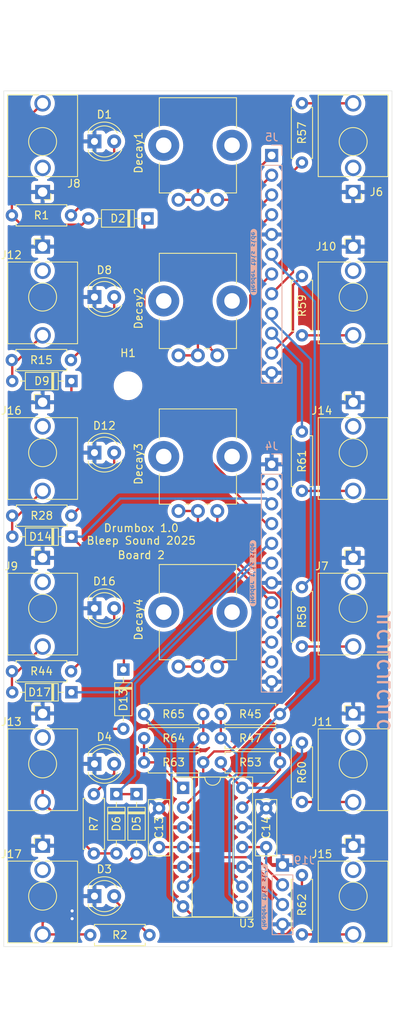
<source format=kicad_pcb>
(kicad_pcb (version 20240108) (generator "pcbnew") (generator_version "8.0")
  (layers (0 "F.Cu" signal) (31 "B.Cu" signal) (34 "B.Paste" user) (35 "F.Paste" user) (36 "B.SilkS" user "B.Silkscreen") (37 "F.SilkS" user "F.Silkscreen") (38 "B.Mask" user) (39 "F.Mask" user) (44 "Edge.Cuts" user))
  (net 0 "")
  (net 1 "GND")
  (net 2 "+12V")
  (net 3 "-12V")
  (net 5 "/in-Kick")
  (net 6 "Net-(D1-A)")
  (net 7 "TrigKick")
  (net 8 "Net-(D4-A)")
  (net 9 "TrigNoise")
  (net 10 "TrigSnare")
  (net 11 "Net-(D8-A)")
  (net 12 "TrigHighBongo")
  (net 13 "Net-(D12-A)")
  (net 14 "TrigLowBongo")
  (net 15 "Net-(D16-A)")
  (net 16 "TrigClave")
  (net 19 "Mix")
  (net 20 "/in-Noise")
  (net 21 "Net-(U3D--)")
  (net 22 "SnareOutput")
  (net 23 "KickOut")
  (net 24 "ClaveOut")
  (net 25 "HighBongoOut")
  (net 26 "LowBongoOut")
  (net 27 "MixOutput")
  (net 28 "Net-(U3B--)")
  (net 29 "/in-HBongo")
  (net 30 "/in-LBongo")
  (net 31 "/in-Clave")
  (net 32 "/Snare-Out")
  (net 33 "/Dec1-Out")
  (net 34 "/Dec2-Out")
  (net 35 "/Dec3-Out")
  (net 36 "/Dec4-Out")
  (net 37 "/Dec1-In")
  (net 38 "/Dec2-In")
  (net 39 "/Dec3-In")
  (net 40 "/Dec4-In")
  (net 42 "Net-(J14-PadT)")
  (net 44 "Net-(J15-PadT)")
  (net 47 "Net-(J10-PadT)")
  (net 48 "Net-(J11-PadT)")
  (net 53 "Net-(J6-PadT)")
  (net 54 "Net-(J7-PadT)")
  (net 56 "Net-(D3-A)")
  (net 57 "Net-(R45-Pad1)")
  (net 58 "Net-(R63-Pad1)")
  (footprint "Kicad-perso:Thonkiconn" (layer "F.Cu") (at 147.4 113.82)
    (property "Reference" "J11" (at -4.03 1.08 180) (layer "F.SilkS"))
    (property "Value" "Output")
    (pad "S" thru_hole rect (at 0 0 180) (size 1.93 1.83) (drill 1.22) (layers "*.Cu" "*.Mask") (net 1 "GND"))
    (pad "T" thru_hole circle (at 0 11.4 180) (size 2.13 2.13) (drill 1.43) (layers "*.Cu" "*.Mask") (net 48 "Net-(J11-PadT)"))
    (pad "TN" thru_hole circle (at 0 3.1 180) (size 2.13 2.13) (drill 1.42) (layers "*.Cu" "*.Mask"))
  )
  (footprint "LED_THT:LED_D4.0mm" (layer "F.Cu") (at 114.08 80.3)
    (property "Reference" "D12" (at 1.27 -3.46 0) (layer "F.SilkS"))
    (property "Value" "LBongo-LED")
    (pad "1" thru_hole rect (at 0 0) (size 1.8 1.8) (drill 0.9) (layers "*.Cu" "*.Mask") (net 1 "GND"))
    (pad "2" thru_hole circle (at 2.54 0) (size 1.8 1.8) (drill 0.9) (layers "*.Cu" "*.Mask") (net 13 "Net-(D12-A)"))
  )
  (footprint "Kicad-perso:Thonkiconn" (layer "F.Cu") (at 147.4 93.82)
    (property "Reference" "J7" (at -4.03 1.08 180) (layer "F.SilkS"))
    (property "Value" "Output")
    (pad "S" thru_hole rect (at 0 0 180) (size 1.93 1.83) (drill 1.22) (layers "*.Cu" "*.Mask") (net 1 "GND"))
    (pad "T" thru_hole circle (at 0 11.4 180) (size 2.13 2.13) (drill 1.43) (layers "*.Cu" "*.Mask") (net 54 "Net-(J7-PadT)"))
    (pad "TN" thru_hole circle (at 0 3.1 180) (size 2.13 2.13) (drill 1.42) (layers "*.Cu" "*.Mask"))
  )
  (footprint "Package_DIP:DIP-14_W7.62mm_Socket" (layer "F.Cu") (at 125.495 123.38)
    (property "Reference" "U3" (at 8.2 17.425 0) (layer "F.SilkS"))
    (property "Value" "TL074")
    (pad "1" thru_hole rect (at 0 0) (size 1.6 1.6) (drill 0.8) (layers "*.Cu" "*.Mask") (net 58 "Net-(R63-Pad1)"))
    (pad "2" thru_hole oval (at 0 2.54) (size 1.6 1.6) (drill 0.8) (layers "*.Cu" "*.Mask") (net 19 "Mix"))
    (pad "3" thru_hole oval (at 0 5.08) (size 1.6 1.6) (drill 0.8) (layers "*.Cu" "*.Mask") (net 1 "GND"))
    (pad "4" thru_hole oval (at 0 7.62) (size 1.6 1.6) (drill 0.8) (layers "*.Cu" "*.Mask") (net 2 "+12V"))
    (pad "5" thru_hole oval (at 0 10.16) (size 1.6 1.6) (drill 0.8) (layers "*.Cu" "*.Mask") (net 1 "GND"))
    (pad "6" thru_hole oval (at 0 12.7) (size 1.6 1.6) (drill 0.8) (layers "*.Cu" "*.Mask") (net 28 "Net-(U3B--)"))
    (pad "7" thru_hole oval (at 0 15.24) (size 1.6 1.6) (drill 0.8) (layers "*.Cu" "*.Mask") (net 27 "MixOutput"))
    (pad "8" thru_hole oval (at 7.62 15.24) (size 1.6 1.6) (drill 0.8) (layers "*.Cu" "*.Mask") (net 57 "Net-(R45-Pad1)"))
    (pad "9" thru_hole oval (at 7.62 12.7) (size 1.6 1.6) (drill 0.8) (layers "*.Cu" "*.Mask") (net 32 "/Snare-Out"))
    (pad "10" thru_hole oval (at 7.62 10.16) (size 1.6 1.6) (drill 0.8) (layers "*.Cu" "*.Mask") (net 1 "GND"))
    (pad "11" thru_hole oval (at 7.62 7.62) (size 1.6 1.6) (drill 0.8) (layers "*.Cu" "*.Mask") (net 3 "-12V"))
    (pad "12" thru_hole oval (at 7.62 5.08) (size 1.6 1.6) (drill 0.8) (layers "*.Cu" "*.Mask") (net 1 "GND"))
    (pad "13" thru_hole oval (at 7.62 2.54) (size 1.6 1.6) (drill 0.8) (layers "*.Cu" "*.Mask") (net 21 "Net-(U3D--)"))
    (pad "14" thru_hole oval (at 7.62 0) (size 1.6 1.6) (drill 0.8) (layers "*.Cu" "*.Mask") (net 22 "SnareOutput"))
  )
  (footprint "Resistor_THT:R_Axial_DIN0207_L6.3mm_D2.5mm_P7.62mm_Horizontal" (layer "F.Cu") (at 140.8 65.22 90)
    (property "Reference" "R59" (at 3.81 0 90) (layer "F.SilkS"))
    (property "Value" "1k")
    (pad "1" thru_hole circle (at 0 0 90) (size 1.6 1.6) (drill 0.8) (layers "*.Cu" "*.Mask") (net 47 "Net-(J10-PadT)"))
    (pad "2" thru_hole oval (at 7.62 0 90) (size 1.6 1.6) (drill 0.8) (layers "*.Cu" "*.Mask") (net 25 "HighBongoOut"))
  )
  (footprint "Diode_THT:D_DO-35_SOD27_P7.62mm_Horizontal" (layer "F.Cu") (at 111.11 111.1 180)
    (property "Reference" "D17" (at 4.11 0 0) (layer "F.SilkS"))
    (property "Value" "1N4148")
    (pad "1" thru_hole rect (at 0 0 180) (size 1.6 1.6) (drill 0.8) (layers "*.Cu" "*.Mask") (net 31 "/in-Clave"))
    (pad "2" thru_hole oval (at 7.62 0 180) (size 1.6 1.6) (drill 0.8) (layers "*.Cu" "*.Mask") (net 16 "TrigClave"))
  )
  (footprint "Resistor_THT:R_Axial_DIN0207_L6.3mm_D2.5mm_P7.62mm_Horizontal" (layer "F.Cu") (at 113.54 142.3)
    (property "Reference" "R2" (at 3.81 0 0) (layer "F.SilkS"))
    (property "Value" "1k")
    (pad "1" thru_hole circle (at 0 0) (size 1.6 1.6) (drill 0.8) (layers "*.Cu" "*.Mask") (net 9 "TrigNoise"))
    (pad "2" thru_hole oval (at 7.62 0) (size 1.6 1.6) (drill 0.8) (layers "*.Cu" "*.Mask") (net 56 "Net-(D3-A)"))
  )
  (footprint "Capacitor_THT:C_Disc_D7.0mm_W2.5mm_P5.00mm" (layer "F.Cu") (at 136.195 126.005 -90)
    (property "Reference" "C14" (at 2.5 0 90) (layer "F.SilkS"))
    (property "Value" "100nF")
    (pad "1" thru_hole circle (at 0 0 270) (size 1.6 1.6) (drill 0.8) (layers "*.Cu" "*.Mask") (net 1 "GND"))
    (pad "2" thru_hole circle (at 5 0 270) (size 1.6 1.6) (drill 0.8) (layers "*.Cu" "*.Mask") (net 3 "-12V"))
  )
  (footprint "Resistor_THT:R_Axial_DIN0207_L6.3mm_D2.5mm_P7.62mm_Horizontal" (layer "F.Cu") (at 120.465 113.905)
    (property "Reference" "R65" (at 3.81 0 0) (layer "F.SilkS"))
    (property "Value" "100k")
    (pad "1" thru_hole circle (at 0 0) (size 1.6 1.6) (drill 0.8) (layers "*.Cu" "*.Mask") (net 27 "MixOutput"))
    (pad "2" thru_hole oval (at 7.62 0) (size 1.6 1.6) (drill 0.8) (layers "*.Cu" "*.Mask") (net 28 "Net-(U3B--)"))
  )
  (footprint "Kicad-perso:Thonkiconn" (layer "F.Cu") (at 107.4 93.82)
    (property "Reference" "J9" (at -4.03 1.08 180) (layer "F.SilkS"))
    (property "Value" "Input")
    (pad "S" thru_hole rect (at 0 0 180) (size 1.93 1.83) (drill 1.22) (layers "*.Cu" "*.Mask") (net 1 "GND"))
    (pad "T" thru_hole circle (at 0 11.4 180) (size 2.13 2.13) (drill 1.43) (layers "*.Cu" "*.Mask") (net 16 "TrigClave"))
    (pad "TN" thru_hole circle (at 0 3.1 180) (size 2.13 2.13) (drill 1.42) (layers "*.Cu" "*.Mask"))
  )
  (footprint "LED_THT:LED_D4.0mm" (layer "F.Cu") (at 114.08 100.3)
    (property "Reference" "D16" (at 1.27 -3.46 0) (layer "F.SilkS"))
    (property "Value" "Clave-LED")
    (pad "1" thru_hole rect (at 0 0) (size 1.8 1.8) (drill 0.9) (layers "*.Cu" "*.Mask") (net 1 "GND"))
    (pad "2" thru_hole circle (at 2.54 0) (size 1.8 1.8) (drill 0.9) (layers "*.Cu" "*.Mask") (net 15 "Net-(D16-A)"))
  )
  (footprint "LED_THT:LED_D4.0mm" (layer "F.Cu") (at 114.08 40.3)
    (property "Reference" "D1" (at 1.27 -3.46 0) (layer "F.SilkS"))
    (property "Value" "Kick-LED")
    (pad "1" thru_hole rect (at 0 0) (size 1.8 1.8) (drill 0.9) (layers "*.Cu" "*.Mask") (net 1 "GND"))
    (pad "2" thru_hole circle (at 2.54 0) (size 1.8 1.8) (drill 0.9) (layers "*.Cu" "*.Mask") (net 6 "Net-(D1-A)"))
  )
  (footprint "Diode_THT:D_DO-35_SOD27_P7.62mm_Horizontal" (layer "F.Cu") (at 117.8 108.18 -90)
    (property "Reference" "D13" (at 3.91 0 90) (layer "F.SilkS"))
    (property "Value" "1N4148")
    (pad "1" thru_hole rect (at 0 0 270) (size 1.6 1.6) (drill 0.8) (layers "*.Cu" "*.Mask") (net 30 "/in-LBongo"))
    (pad "2" thru_hole oval (at 7.62 0 270) (size 1.6 1.6) (drill 0.8) (layers "*.Cu" "*.Mask") (net 10 "TrigSnare"))
  )
  (footprint "Kicad-perso:Pot-bourns-alpha" (layer "F.Cu") (at 129.9 47.8 90)
    (property "Reference" "Decay1" (at 6.05 -10.15 90) (layer "F.SilkS"))
    (property "Value" "470k")
    (pad "" np_thru_hole circle (at 7 -6.9 90) (size 4 4) (drill 2) (layers "F&B.Cu" "*.Mask"))
    (pad "" np_thru_hole circle (at 7 1.9 90) (size 4 4) (drill 2) (layers "*.Cu" "*.Mask"))
    (pad "1" thru_hole circle (at 0 -5 90) (size 1.8 1.8) (drill 1) (layers "*.Cu" "*.Mask") (net 37 "/Dec1-In"))
    (pad "2" thru_hole circle (at 0 -2.5 90) (size 1.8 1.8) (drill 1) (layers "*.Cu" "*.Mask") (net 37 "/Dec1-In"))
    (pad "3" thru_hole circle (at 0 0 90) (size 1.8 1.8) (drill 1) (layers "*.Cu" "*.Mask") (net 33 "/Dec1-Out"))
  )
  (footprint "Resistor_THT:R_Axial_DIN0207_L6.3mm_D2.5mm_P7.62mm_Horizontal" (layer "F.Cu") (at 103.43 68.4)
    (property "Reference" "R15" (at 3.81 0 0) (layer "F.SilkS"))
    (property "Value" "1k")
    (pad "1" thru_hole circle (at 0 0) (size 1.6 1.6) (drill 0.8) (layers "*.Cu" "*.Mask") (net 12 "TrigHighBongo"))
    (pad "2" thru_hole oval (at 7.62 0) (size 1.6 1.6) (drill 0.8) (layers "*.Cu" "*.Mask") (net 11 "Net-(D8-A)"))
  )
  (footprint "Resistor_THT:R_Axial_DIN0207_L6.3mm_D2.5mm_P7.62mm_Horizontal" (layer "F.Cu") (at 103.48 88.4)
    (property "Reference" "R28" (at 3.81 0 0) (layer "F.SilkS"))
    (property "Value" "1k")
    (pad "1" thru_hole circle (at 0 0) (size 1.6 1.6) (drill 0.8) (layers "*.Cu" "*.Mask") (net 14 "TrigLowBongo"))
    (pad "2" thru_hole oval (at 7.62 0) (size 1.6 1.6) (drill 0.8) (layers "*.Cu" "*.Mask") (net 13 "Net-(D12-A)"))
  )
  (footprint "Kicad-perso:Thonkiconn" (layer "F.Cu") (at 147.4 73.82)
    (property "Reference" "J14" (at -4.03 1.08 180) (layer "F.SilkS"))
    (property "Value" "Output")
    (pad "S" thru_hole rect (at 0 0 180) (size 1.93 1.83) (drill 1.22) (layers "*.Cu" "*.Mask") (net 1 "GND"))
    (pad "T" thru_hole circle (at 0 11.4 180) (size 2.13 2.13) (drill 1.43) (layers "*.Cu" "*.Mask") (net 42 "Net-(J14-PadT)"))
    (pad "TN" thru_hole circle (at 0 3.1 180) (size 2.13 2.13) (drill 1.42) (layers "*.Cu" "*.Mask"))
  )
  (footprint "Diode_THT:D_DO-35_SOD27_P7.62mm_Horizontal" (layer "F.Cu") (at 111.11 71.1 180)
    (property "Reference" "D9" (at 3.81 0 0) (layer "F.SilkS"))
    (property "Value" "1N4148")
    (pad "1" thru_hole rect (at 0 0 180) (size 1.6 1.6) (drill 0.8) (layers "*.Cu" "*.Mask") (net 29 "/in-HBongo"))
    (pad "2" thru_hole oval (at 7.62 0 180) (size 1.6 1.6) (drill 0.8) (layers "*.Cu" "*.Mask") (net 12 "TrigHighBongo"))
  )
  (footprint "Resistor_THT:R_Axial_DIN0207_L6.3mm_D2.5mm_P7.62mm_Horizontal" (layer "F.Cu") (at 140.8 105.21 90)
    (property "Reference" "R58" (at 3.81 0 90) (layer "F.SilkS"))
    (property "Value" "1k")
    (pad "1" thru_hole circle (at 0 0 90) (size 1.6 1.6) (drill 0.8) (layers "*.Cu" "*.Mask") (net 54 "Net-(J7-PadT)"))
    (pad "2" thru_hole oval (at 7.62 0 90) (size 1.6 1.6) (drill 0.8) (layers "*.Cu" "*.Mask") (net 24 "ClaveOut"))
  )
  (footprint "Kicad-perso:Pot-bourns-alpha" (layer "F.Cu") (at 129.9 67.8 90)
    (property "Reference" "Decay2" (at 6.05 -10.15 90) (layer "F.SilkS"))
    (property "Value" "470k")
    (pad "" np_thru_hole circle (at 7 -6.9 90) (size 4 4) (drill 2) (layers "F&B.Cu" "*.Mask"))
    (pad "" np_thru_hole circle (at 7 1.9 90) (size 4 4) (drill 2) (layers "*.Cu" "*.Mask"))
    (pad "1" thru_hole circle (at 0 -5 90) (size 1.8 1.8) (drill 1) (layers "*.Cu" "*.Mask") (net 38 "/Dec2-In"))
    (pad "2" thru_hole circle (at 0 -2.5 90) (size 1.8 1.8) (drill 1) (layers "*.Cu" "*.Mask") (net 38 "/Dec2-In"))
    (pad "3" thru_hole circle (at 0 0 90) (size 1.8 1.8) (drill 1) (layers "*.Cu" "*.Mask") (net 34 "/Dec2-Out"))
  )
  (footprint "LED_THT:LED_D4.0mm" (layer "F.Cu") (at 114.08 60.3)
    (property "Reference" "D8" (at 1.27 -3.46 0) (layer "F.SilkS"))
    (property "Value" "HBongo-LED")
    (pad "1" thru_hole rect (at 0 0) (size 1.8 1.8) (drill 0.9) (layers "*.Cu" "*.Mask") (net 1 "GND"))
    (pad "2" thru_hole circle (at 2.54 0) (size 1.8 1.8) (drill 0.9) (layers "*.Cu" "*.Mask") (net 11 "Net-(D8-A)"))
  )
  (footprint "Resistor_THT:R_Axial_DIN0207_L6.3mm_D2.5mm_P7.62mm_Horizontal" (layer "F.Cu") (at 103.45 108.4)
    (property "Reference" "R44" (at 3.81 0 0) (layer "F.SilkS"))
    (property "Value" "1k")
    (pad "1" thru_hole circle (at 0 0) (size 1.6 1.6) (drill 0.8) (layers "*.Cu" "*.Mask") (net 16 "TrigClave"))
    (pad "2" thru_hole oval (at 7.62 0) (size 1.6 1.6) (drill 0.8) (layers "*.Cu" "*.Mask") (net 15 "Net-(D16-A)"))
  )
  (footprint "LED_THT:LED_D4.0mm" (layer "F.Cu") (at 114.08 120.3)
    (property "Reference" "D4" (at 1.27 -3.46 0) (layer "F.SilkS"))
    (property "Value" "Snare-LED")
    (pad "1" thru_hole rect (at 0 0) (size 1.8 1.8) (drill 0.9) (layers "*.Cu" "*.Mask") (net 1 "GND"))
    (pad "2" thru_hole circle (at 2.54 0) (size 1.8 1.8) (drill 0.9) (layers "*.Cu" "*.Mask") (net 8 "Net-(D4-A)"))
  )
  (footprint "Kicad-perso:Pot-bourns-alpha" (layer "F.Cu") (at 129.9 87.8 90)
    (property "Reference" "Decay3" (at 6.05 -10.15 90) (layer "F.SilkS"))
    (property "Value" "470k")
    (pad "" np_thru_hole circle (at 7 -6.9 90) (size 4 4) (drill 2) (layers "F&B.Cu" "*.Mask"))
    (pad "" np_thru_hole circle (at 7 1.9 90) (size 4 4) (drill 2) (layers "*.Cu" "*.Mask"))
    (pad "1" thru_hole circle (at 0 -5 90) (size 1.8 1.8) (drill 1) (layers "*.Cu" "*.Mask") (net 39 "/Dec3-In"))
    (pad "2" thru_hole circle (at 0 -2.5 90) (size 1.8 1.8) (drill 1) (layers "*.Cu" "*.Mask") (net 39 "/Dec3-In"))
    (pad "3" thru_hole circle (at 0 0 90) (size 1.8 1.8) (drill 1) (layers "*.Cu" "*.Mask") (net 35 "/Dec3-Out"))
  )
  (footprint "Kicad-perso:Pot-bourns-alpha" (layer "F.Cu") (at 129.9 107.8 90)
    (property "Reference" "Decay4" (at 6.05 -10.15 90) (layer "F.SilkS"))
    (property "Value" "470k")
    (pad "" np_thru_hole circle (at 7 -6.9 90) (size 4 4) (drill 2) (layers "F&B.Cu" "*.Mask"))
    (pad "" np_thru_hole circle (at 7 1.9 90) (size 4 4) (drill 2) (layers "*.Cu" "*.Mask"))
    (pad "1" thru_hole circle (at 0 -5 90) (size 1.8 1.8) (drill 1) (layers "*.Cu" "*.Mask") (net 40 "/Dec4-In"))
    (pad "2" thru_hole circle (at 0 -2.5 90) (size 1.8 1.8) (drill 1) (layers "*.Cu" "*.Mask") (net 40 "/Dec4-In"))
    (pad "3" thru_hole circle (at 0 0 90) (size 1.8 1.8) (drill 1) (layers "*.Cu" "*.Mask") (net 36 "/Dec4-Out"))
  )
  (footprint "Diode_THT:D_DO-35_SOD27_P7.62mm_Horizontal" (layer "F.Cu") (at 111.12 91.1 180)
    (property "Reference" "D14" (at 4.01 0 0) (layer "F.SilkS"))
    (property "Value" "1N4148")
    (pad "1" thru_hole rect (at 0 0 180) (size 1.6 1.6) (drill 0.8) (layers "*.Cu" "*.Mask") (net 30 "/in-LBongo"))
    (pad "2" thru_hole oval (at 7.62 0 180) (size 1.6 1.6) (drill 0.8) (layers "*.Cu" "*.Mask") (net 14 "TrigLowBongo"))
  )
  (footprint "Diode_THT:D_DO-35_SOD27_P7.62mm_Horizontal" (layer "F.Cu") (at 119.5 124.19 -90)
    (property "Reference" "D5" (at 3.81 0 90) (layer "F.SilkS"))
    (property "Value" "1N4148")
    (pad "1" thru_hole rect (at 0 0 270) (size 1.6 1.6) (drill 0.8) (layers "*.Cu" "*.Mask") (net 20 "/in-Noise"))
    (pad "2" thru_hole oval (at 7.62 0 270) (size 1.6 1.6) (drill 0.8) (layers "*.Cu" "*.Mask") (net 9 "TrigNoise"))
  )
  (footprint "Resistor_THT:R_Axial_DIN0207_L6.3mm_D2.5mm_P7.62mm_Horizontal" (layer "F.Cu") (at 128.095 117.005 180)
    (property "Reference" "R64" (at 3.81 0 0) (layer "F.SilkS"))
    (property "Value" "100k")
    (pad "1" thru_hole circle (at 0 0 180) (size 1.6 1.6) (drill 0.8) (layers "*.Cu" "*.Mask") (net 28 "Net-(U3B--)"))
    (pad "2" thru_hole oval (at 7.62 0 180) (size 1.6 1.6) (drill 0.8) (layers "*.Cu" "*.Mask") (net 58 "Net-(R63-Pad1)"))
  )
  (footprint "Resistor_THT:R_Axial_DIN0207_L6.3mm_D2.5mm_P7.62mm_Horizontal" (layer "F.Cu") (at 103.44 49.8)
    (property "Reference" "R1" (at 3.81 0 0) (layer "F.SilkS"))
    (property "Value" "1k")
    (pad "1" thru_hole circle (at 0 0) (size 1.6 1.6) (drill 0.8) (layers "*.Cu" "*.Mask") (net 7 "TrigKick"))
    (pad "2" thru_hole oval (at 7.62 0) (size 1.6 1.6) (drill 0.8) (layers "*.Cu" "*.Mask") (net 6 "Net-(D1-A)"))
  )
  (footprint "Kicad-perso:Thonkiconn" (layer "F.Cu") (at 107.4 113.82)
    (property "Reference" "J13" (at -4.03 1.08 180) (layer "F.SilkS"))
    (property "Value" "Input")
    (pad "S" thru_hole rect (at 0 0 180) (size 1.93 1.83) (drill 1.22) (layers "*.Cu" "*.Mask") (net 1 "GND"))
    (pad "T" thru_hole circle (at 0 11.4 180) (size 2.13 2.13) (drill 1.43) (layers "*.Cu" "*.Mask") (net 10 "TrigSnare"))
    (pad "TN" thru_hole circle (at 0 3.1 180) (size 2.13 2.13) (drill 1.42) (layers "*.Cu" "*.Mask"))
  )
  (footprint "Resistor_THT:R_Axial_DIN0207_L6.3mm_D2.5mm_P7.62mm_Horizontal" (layer "F.Cu") (at 137.975 117.005 180)
    (property "Reference" "R47" (at 3.81 0 0) (layer "F.SilkS"))
    (property "Value" "100k")
    (pad "1" thru_hole circle (at 0 0 180) (size 1.6 1.6) (drill 0.8) (layers "*.Cu" "*.Mask") (net 21 "Net-(U3D--)"))
    (pad "2" thru_hole oval (at 7.62 0 180) (size 1.6 1.6) (drill 0.8) (layers "*.Cu" "*.Mask") (net 57 "Net-(R45-Pad1)"))
  )
  (footprint "LED_THT:LED_D4.0mm" (layer "F.Cu") (at 114.08 137.3)
    (property "Reference" "D3" (at 1.27 -3.46 0) (layer "F.SilkS"))
    (property "Value" "Noise-LED")
    (pad "1" thru_hole rect (at 0 0) (size 1.8 1.8) (drill 0.9) (layers "*.Cu" "*.Mask") (net 1 "GND"))
    (pad "2" thru_hole circle (at 2.54 0) (size 1.8 1.8) (drill 0.9) (layers "*.Cu" "*.Mask") (net 56 "Net-(D3-A)"))
  )
  (footprint "Capacitor_THT:C_Disc_D7.0mm_W2.5mm_P5.00mm" (layer "F.Cu") (at 122.395 131.005 90)
    (property "Reference" "C13" (at 2.5 0 90) (layer "F.SilkS"))
    (property "Value" "100nF")
    (pad "1" thru_hole circle (at 0 0 90) (size 1.6 1.6) (drill 0.8) (layers "*.Cu" "*.Mask") (net 2 "+12V"))
    (pad "2" thru_hole circle (at 5 0 90) (size 1.6 1.6) (drill 0.8) (layers "*.Cu" "*.Mask") (net 1 "GND"))
  )
  (footprint "Kicad-perso:Thonkiconn" (layer "F.Cu") (at 107.4 46.8 180)
    (property "Reference" "J8" (at -4.03 1.08 0) (layer "F.SilkS"))
    (property "Value" "Input")
    (pad "S" thru_hole rect (at 0 0) (size 1.93 1.83) (drill 1.22) (layers "*.Cu" "*.Mask") (net 1 "GND"))
    (pad "T" thru_hole circle (at 0 11.4) (size 2.13 2.13) (drill 1.43) (layers "*.Cu" "*.Mask") (net 7 "TrigKick"))
    (pad "TN" thru_hole circle (at 0 3.1) (size 2.13 2.13) (drill 1.42) (layers "*.Cu" "*.Mask"))
  )
  (footprint "Diode_THT:D_DO-35_SOD27_P7.62mm_Horizontal" (layer "F.Cu") (at 116.9 124.19 -90)
    (property "Reference" "D6" (at 3.81 0 90) (layer "F.SilkS"))
    (property "Value" "1N4148")
    (pad "1" thru_hole rect (at 0 0 270) (size 1.6 1.6) (drill 0.8) (layers "*.Cu" "*.Mask") (net 20 "/in-Noise"))
    (pad "2" thru_hole oval (at 7.62 0 270) (size 1.6 1.6) (drill 0.8) (layers "*.Cu" "*.Mask") (net 10 "TrigSnare"))
  )
  (footprint "Kicad-perso:Thonkiconn" (layer "F.Cu") (at 147.4 46.8 180)
    (property "Reference" "J6" (at -3 0 0) (layer "F.SilkS"))
    (property "Value" "Output")
    (pad "S" thru_hole rect (at 0 0) (size 1.93 1.83) (drill 1.22) (layers "*.Cu" "*.Mask") (net 1 "GND"))
    (pad "T" thru_hole circle (at 0 11.4) (size 2.13 2.13) (drill 1.43) (layers "*.Cu" "*.Mask") (net 53 "Net-(J6-PadT)"))
    (pad "TN" thru_hole circle (at 0 3.1) (size 2.13 2.13) (drill 1.42) (layers "*.Cu" "*.Mask"))
  )
  (footprint "Resistor_THT:R_Axial_DIN0207_L6.3mm_D2.5mm_P7.62mm_Horizontal" (layer "F.Cu") (at 114 131.82 90)
    (property "Reference" "R7" (at 3.81 0 90) (layer "F.SilkS"))
    (property "Value" "1k")
    (pad "1" thru_hole circle (at 0 0 90) (size 1.6 1.6) (drill 0.8) (layers "*.Cu" "*.Mask") (net 10 "TrigSnare"))
    (pad "2" thru_hole oval (at 7.62 0 90) (size 1.6 1.6) (drill 0.8) (layers "*.Cu" "*.Mask") (net 8 "Net-(D4-A)"))
  )
  (footprint "Kicad-perso:Thonkiconn" (layer "F.Cu") (at 147.4 130.82)
    (property "Reference" "J15" (at -4.03 1.08 180) (layer "F.SilkS"))
    (property "Value" "Output")
    (pad "S" thru_hole rect (at 0 0 180) (size 1.93 1.83) (drill 1.22) (layers "*.Cu" "*.Mask") (net 1 "GND"))
    (pad "T" thru_hole circle (at 0 11.4 180) (size 2.13 2.13) (drill 1.43) (layers "*.Cu" "*.Mask") (net 44 "Net-(J15-PadT)"))
    (pad "TN" thru_hole circle (at 0 3.1 180) (size 2.13 2.13) (drill 1.42) (layers "*.Cu" "*.Mask"))
  )
  (footprint "Resistor_THT:R_Axial_DIN0207_L6.3mm_D2.5mm_P7.62mm_Horizontal" (layer "F.Cu") (at 140.8 85.21 90)
    (property "Reference" "R61" (at 3.81 0 90) (layer "F.SilkS"))
    (property "Value" "1k")
    (pad "1" thru_hole circle (at 0 0 90) (size 1.6 1.6) (drill 0.8) (layers "*.Cu" "*.Mask") (net 42 "Net-(J14-PadT)"))
    (pad "2" thru_hole oval (at 7.62 0 90) (size 1.6 1.6) (drill 0.8) (layers "*.Cu" "*.Mask") (net 26 "LowBongoOut"))
  )
  (footprint "MountingHole:MountingHole_3.2mm_M3" (layer "F.Cu") (at 118.4 71.7)
    (property "Reference" "H1" (at 0 -4.2 0) (layer "F.SilkS"))
    (property "Value" "SpacerHoles")
    (pad "" np_thru_hole circle (at 0 0) (size 3.2 3.2) (drill 3.2) (layers "*.Cu" "*.Mask"))
  )
  (footprint "Resistor_THT:R_Axial_DIN0207_L6.3mm_D2.5mm_P7.62mm_Horizontal" (layer "F.Cu") (at 130.345 113.905)
    (property "Reference" "R45" (at 3.81 0 0) (layer "F.SilkS"))
    (property "Value" "100k")
    (pad "1" thru_hole circle (at 0 0) (size 1.6 1.6) (drill 0.8) (layers "*.Cu" "*.Mask") (net 57 "Net-(R45-Pad1)"))
    (pad "2" thru_hole oval (at 7.62 0) (size 1.6 1.6) (drill 0.8) (layers "*.Cu" "*.Mask") (net 32 "/Snare-Out"))
  )
  (footprint "Kicad-perso:Thonkiconn" (layer "F.Cu") (at 107.4 53.82)
    (property "Reference" "J12" (at -4.03 1.08 180) (layer "F.SilkS"))
    (property "Value" "Input")
    (pad "S" thru_hole rect (at 0 0 180) (size 1.93 1.83) (drill 1.22) (layers "*.Cu" "*.Mask") (net 1 "GND"))
    (pad "T" thru_hole circle (at 0 11.4 180) (size 2.13 2.13) (drill 1.43) (layers "*.Cu" "*.Mask") (net 12 "TrigHighBongo"))
    (pad "TN" thru_hole circle (at 0 3.1 180) (size 2.13 2.13) (drill 1.42) (layers "*.Cu" "*.Mask"))
  )
  (footprint "Kicad-perso:Thonkiconn" (layer "F.Cu") (at 107.4 130.82)
    (property "Reference" "J17" (at -4.03 1.08 180) (layer "F.SilkS"))
    (property "Value" "Input")
    (pad "S" thru_hole rect (at 0 0 180) (size 1.93 1.83) (drill 1.22) (layers "*.Cu" "*.Mask") (net 1 "GND"))
    (pad "T" thru_hole circle (at 0 11.4 180) (size 2.13 2.13) (drill 1.43) (layers "*.Cu" "*.Mask") (net 9 "TrigNoise"))
    (pad "TN" thru_hole circle (at 0 3.1 180) (size 2.13 2.13) (drill 1.42) (layers "*.Cu" "*.Mask"))
  )
  (footprint "Kicad-perso:Thonkiconn" (layer "F.Cu") (at 147.4 53.82)
    (property "Reference" "J10" (at -3.5 -0.02 180) (layer "F.SilkS"))
    (property "Value" "Output")
    (pad "S" thru_hole rect (at 0 0 180) (size 1.93 1.83) (drill 1.22) (layers "*.Cu" "*.Mask") (net 1 "GND"))
    (pad "T" thru_hole circle (at 0 11.4 180) (size 2.13 2.13) (drill 1.43) (layers "*.Cu" "*.Mask") (net 47 "Net-(J10-PadT)"))
    (pad "TN" thru_hole circle (at 0 3.1 180) (size 2.13 2.13) (drill 1.42) (layers "*.Cu" "*.Mask"))
  )
  (footprint "Kicad-perso:Thonkiconn" (layer "F.Cu") (at 107.4 73.82)
    (property "Reference" "J16" (at -4.03 1.08 180) (layer "F.SilkS"))
    (property "Value" "Input")
    (pad "S" thru_hole rect (at 0 0 180) (size 1.93 1.83) (drill 1.22) (layers "*.Cu" "*.Mask") (net 1 "GND"))
    (pad "T" thru_hole circle (at 0 11.4 180) (size 2.13 2.13) (drill 1.43) (layers "*.Cu" "*.Mask") (net 14 "TrigLowBongo"))
    (pad "TN" thru_hole circle (at 0 3.1 180) (size 2.13 2.13) (drill 1.42) (layers "*.Cu" "*.Mask"))
  )
  (footprint "Diode_THT:D_DO-35_SOD27_P7.62mm_Horizontal" (layer "F.Cu") (at 120.91 50.2 180)
    (property "Reference" "D2" (at 3.81 0 0) (layer "F.SilkS"))
    (property "Value" "1N4148")
    (pad "1" thru_hole rect (at 0 0 180) (size 1.6 1.6) (drill 0.8) (layers "*.Cu" "*.Mask") (net 5 "/in-Kick"))
    (pad "2" thru_hole oval (at 7.62 0 180) (size 1.6 1.6) (drill 0.8) (layers "*.Cu" "*.Mask") (net 7 "TrigKick"))
  )
  (footprint "Resistor_THT:R_Axial_DIN0207_L6.3mm_D2.5mm_P7.62mm_Horizontal" (layer "F.Cu") (at 120.465 120.105)
    (property "Reference" "R63" (at 3.81 0 0) (layer "F.SilkS"))
    (property "Value" "100k")
    (pad "1" thru_hole circle (at 0 0) (size 1.6 1.6) (drill 0.8) (layers "*.Cu" "*.Mask") (net 58 "Net-(R63-Pad1)"))
    (pad "2" thru_hole oval (at 7.62 0) (size 1.6 1.6) (drill 0.8) (layers "*.Cu" "*.Mask") (net 19 "Mix"))
  )
  (footprint "Resistor_THT:R_Axial_DIN0207_L6.3mm_D2.5mm_P7.62mm_Horizontal" (layer "F.Cu") (at 140.8 142.22 90)
    (property "Reference" "R62" (at 3.81 0 90) (layer "F.SilkS"))
    (property "Value" "1k")
    (pad "1" thru_hole circle (at 0 0 90) (size 1.6 1.6) (drill 0.8) (layers "*.Cu" "*.Mask") (net 44 "Net-(J15-PadT)"))
    (pad "2" thru_hole oval (at 7.62 0 90) (size 1.6 1.6) (drill 0.8) (layers "*.Cu" "*.Mask") (net 27 "MixOutput"))
  )
  (footprint "Resistor_THT:R_Axial_DIN0207_L6.3mm_D2.5mm_P7.62mm_Horizontal" (layer "F.Cu") (at 140.8 125.2 90)
    (property "Reference" "R60" (at 3.81 0 90) (layer "F.SilkS"))
    (property "Value" "1k")
    (pad "1" thru_hole circle (at 0 0 90) (size 1.6 1.6) (drill 0.8) (layers "*.Cu" "*.Mask") (net 48 "Net-(J11-PadT)"))
    (pad "2" thru_hole oval (at 7.62 0 90) (size 1.6 1.6) (drill 0.8) (layers "*.Cu" "*.Mask") (net 22 "SnareOutput"))
  )
  (footprint "Resistor_THT:R_Axial_DIN0207_L6.3mm_D2.5mm_P7.62mm_Horizontal" (layer "F.Cu") (at 140.8 35.39 -90)
    (property "Reference" "R57" (at 3.81 0 90) (layer "F.SilkS"))
    (property "Value" "1k")
    (pad "1" thru_hole circle (at 0 0 270) (size 1.6 1.6) (drill 0.8) (layers "*.Cu" "*.Mask") (net 53 "Net-(J6-PadT)"))
    (pad "2" thru_hole oval (at 7.62 0 270) (size 1.6 1.6) (drill 0.8) (layers "*.Cu" "*.Mask") (net 23 "KickOut"))
  )
  (footprint "Resistor_THT:R_Axial_DIN0207_L6.3mm_D2.5mm_P7.62mm_Horizontal" (layer "F.Cu") (at 130.355 120.105)
    (property "Reference" "R53" (at 3.81 0 0) (layer "F.SilkS"))
    (property "Value" "100k")
    (pad "1" thru_hole circle (at 0 0) (size 1.6 1.6) (drill 0.8) (layers "*.Cu" "*.Mask") (net 22 "SnareOutput"))
    (pad "2" thru_hole oval (at 7.62 0) (size 1.6 1.6) (drill 0.8) (layers "*.Cu" "*.Mask") (net 21 "Net-(U3D--)"))
  )
  (footprint "Connector_PinHeader_2.54mm:PinHeader_1x12_P2.54mm_Vertical" (layer "B.Cu") (at 136.9 42.1 180)
    (property "Reference" "J5" (at 0 2.33 0) (layer "B.SilkS") (effects (justify mirror)))
    (property "Value" "Conn_Jack")
    (pad "1" thru_hole rect (at 0 0 180) (size 1.7 1.7) (drill 1) (layers "*.Cu" "*.Mask") (net 37 "/Dec1-In"))
    (pad "2" thru_hole oval (at 0 -2.54 180) (size 1.7 1.7) (drill 1) (layers "*.Cu" "*.Mask") (net 33 "/Dec1-Out"))
    (pad "3" thru_hole oval (at 0 -5.08 180) (size 1.7 1.7) (drill 1) (layers "*.Cu" "*.Mask") (net 38 "/Dec2-In"))
    (pad "4" thru_hole oval (at 0 -7.62 180) (size 1.7 1.7) (drill 1) (layers "*.Cu" "*.Mask") (net 34 "/Dec2-Out"))
    (pad "5" thru_hole oval (at 0 -10.16 180) (size 1.7 1.7) (drill 1) (layers "*.Cu" "*.Mask") (net 1 "GND"))
    (pad "6" thru_hole oval (at 0 -12.7 180) (size 1.7 1.7) (drill 1) (layers "*.Cu" "*.Mask") (net 32 "/Snare-Out"))
    (pad "7" thru_hole oval (at 0 -15.24 180) (size 1.7 1.7) (drill 1) (layers "*.Cu" "*.Mask") (net 19 "Mix"))
    (pad "8" thru_hole oval (at 0 -17.78 180) (size 1.7 1.7) (drill 1) (layers "*.Cu" "*.Mask") (net 23 "KickOut"))
    (pad "9" thru_hole oval (at 0 -20.32 180) (size 1.7 1.7) (drill 1) (layers "*.Cu" "*.Mask") (net 24 "ClaveOut"))
    (pad "10" thru_hole oval (at 0 -22.86 180) (size 1.7 1.7) (drill 1) (layers "*.Cu" "*.Mask") (net 26 "LowBongoOut"))
    (pad "11" thru_hole oval (at 0 -25.4 180) (size 1.7 1.7) (drill 1) (layers "*.Cu" "*.Mask") (net 25 "HighBongoOut"))
    (pad "12" thru_hole oval (at 0 -27.94 180) (size 1.7 1.7) (drill 1) (layers "*.Cu" "*.Mask") (net 1 "GND"))
  )
  (footprint "Connector_PinHeader_2.54mm:PinHeader_1x04_P2.54mm_Vertical" (layer "B.Cu") (at 138.3 133.3 180)
    (property "Reference" "J19" (at -2.8 0.6 0) (layer "B.SilkS") (effects (justify mirror)))
    (property "Value" "Conn_power")
    (pad "1" thru_hole rect (at 0 0 180) (size 1.7 1.7) (drill 1) (layers "*.Cu" "*.Mask") (net 1 "GND"))
    (pad "2" thru_hole oval (at 0 -2.54 180) (size 1.7 1.7) (drill 1) (layers "*.Cu" "*.Mask") (net 2 "+12V"))
    (pad "3" thru_hole oval (at 0 -5.08 180) (size 1.7 1.7) (drill 1) (layers "*.Cu" "*.Mask") (net 3 "-12V"))
    (pad "4" thru_hole oval (at 0 -7.62 180) (size 1.7 1.7) (drill 1) (layers "*.Cu" "*.Mask") (net 1 "GND"))
  )
  (footprint "kibuzzard-67840666" (layer "B.Cu") (at 134.6 55.8 90)
    (property "Reference" "kibuzzard-67840666" (hide yes))
    (property "Value" "G***" (hide yes))
  )
  (footprint "kibuzzard-67840666" (layer "B.Cu") (at 136 137.4 90)
    (property "Reference" "kibuzzard-67840666" (hide yes))
    (property "Value" "G***" (hide yes))
  )
  (footprint "kibuzzard-67840666" (layer "B.Cu") (at 134.5 95.8 90)
    (property "Reference" "kibuzzard-67840666" (hide yes))
    (property "Value" "G***" (hide yes))
  )
  (footprint "Connector_PinHeader_2.54mm:PinHeader_1x12_P2.54mm_Vertical" (layer "B.Cu") (at 136.9 81.8 180)
    (property "Reference" "J4" (at 0 2.33 0) (layer "B.SilkS") (effects (justify mirror)))
    (property "Value" "Conn_Jack")
    (pad "1" thru_hole rect (at 0 0 180) (size 1.7 1.7) (drill 1) (layers "*.Cu" "*.Mask") (net 1 "GND"))
    (pad "2" thru_hole oval (at 0 -2.54 180) (size 1.7 1.7) (drill 1) (layers "*.Cu" "*.Mask") (net 5 "/in-Kick"))
    (pad "3" thru_hole oval (at 0 -5.08 180) (size 1.7 1.7) (drill 1) (layers "*.Cu" "*.Mask") (net 30 "/in-LBongo"))
    (pad "4" thru_hole oval (at 0 -7.62 180) (size 1.7 1.7) (drill 1) (layers "*.Cu" "*.Mask") (net 29 "/in-HBongo"))
    (pad "5" thru_hole oval (at 0 -10.16 180) (size 1.7 1.7) (drill 1) (layers "*.Cu" "*.Mask") (net 31 "/in-Clave"))
    (pad "6" thru_hole oval (at 0 -12.7 180) (size 1.7 1.7) (drill 1) (layers "*.Cu" "*.Mask") (net 20 "/in-Noise"))
    (pad "7" thru_hole oval (at 0 -15.24 180) (size 1.7 1.7) (drill 1) (layers "*.Cu" "*.Mask") (net 1 "GND"))
    (pad "8" thru_hole oval (at 0 -17.78 180) (size 1.7 1.7) (drill 1) (layers "*.Cu" "*.Mask") (net 39 "/Dec3-In"))
    (pad "9" thru_hole oval (at 0 -20.32 180) (size 1.7 1.7) (drill 1) (layers "*.Cu" "*.Mask") (net 35 "/Dec3-Out"))
    (pad "10" thru_hole oval (at 0 -22.86 180) (size 1.7 1.7) (drill 1) (layers "*.Cu" "*.Mask") (net 40 "/Dec4-In"))
    (pad "11" thru_hole oval (at 0 -25.4 180) (size 1.7 1.7) (drill 1) (layers "*.Cu" "*.Mask") (net 36 "/Dec4-Out"))
    (pad "12" thru_hole oval (at 0 -27.94 180) (size 1.7 1.7) (drill 1) (layers "*.Cu" "*.Mask") (net 1 "GND"))
  )
  (gr_line (start 102.4 33.8) (end 102.400001 143.8) (stroke (width 0.05)) (layer "Edge.Cuts"))
  (gr_line (start 152.4 33.8) (end 152.400001 143.8) (stroke (width 0.05)) (layer "Edge.Cuts"))
  (gr_line (start 102.4 33.8) (end 152.4 33.8) (stroke (width 0.05)) (layer "Edge.Cuts"))
  (gr_line (start 102.400001 143.8) (end 152.400001 143.8) (stroke (width 0.05)) (layer "Edge.Cuts"))
  (gr_text "JLCJLCJLCJLC" (at 151.4 108.3 -270) (layer "B.SilkS") (effects (font (size 1.5 1.5) (thickness 0.3)) (justify mirror)))
  (gr_text "Drumbox 1.0\nBleep Sound 2025" (at 120.1 90.8 0) (layer "F.SilkS") (effects (font (size 1 1))))
  (gr_text "Board 2" (at 120.1 93.47 0) (layer "F.SilkS") (effects (font (size 1 1))))
  (via (at 111.2 140.2) (size 0.8) (drill 0.4) (layers "F.Cu" "B.Cu") (net 1))
  (via (at 111.2 139.2) (size 0.8) (drill 0.4) (layers "F.Cu" "B.Cu") (net 1))
  (segment (start 122 131) (end 122.3 131) (width 0.3) (layer "F.Cu") (net 2))
  (segment (start 127.9 131) (end 125.495 131) (width 0.3) (layer "F.Cu") (net 2))
  (segment (start 125.495 131) (end 122.4 131) (width 0.3) (layer "F.Cu") (net 2))
  (segment (start 134.78 132.3) (end 129.2 132.3) (width 0.3) (layer "F.Cu") (net 2))
  (segment (start 138.3 135.82) (end 134.78 132.3) (width 0.3) (layer "F.Cu") (net 2))
  (segment (start 129.2 132.3) (end 127.9 131) (width 0.3) (layer "F.Cu") (net 2))
  (segment (start 122.005 130.995) (end 122 131) (width 0.3) (layer "F.Cu") (net 2))
  (segment (start 133.115 131) (end 136.19 131) (width 0.3) (layer "F.Cu") (net 3))
  (segment (start 136.19 131) (end 136.195 131.005) (width 0.3) (layer "F.Cu") (net 3))
  (segment (start 136.195 131.005) (end 135.895 131.005) (width 0.3) (layer "F.Cu") (net 3))
  (segment (start 136.195 136.255) (end 136.195 131.005) (width 0.3) (layer "B.Cu") (net 3))
  (segment (start 138.3 138.36) (end 136.195 136.255) (width 0.3) (layer "B.Cu") (net 3))
  (segment (start 136.9 84.34) (end 132.016598 84.34) (width 0.3) (layer "F.Cu") (net 5))
  (segment (start 132.016598 84.34) (end 122.5 74.823402) (width 0.3) (layer "F.Cu") (net 5))
  (segment (start 120.5 50.61) (end 120.91 50.2) (width 0.3) (layer "F.Cu") (net 5))
  (segment (start 122.5 74.823402) (end 122.5 65.5) (width 0.3) (layer "F.Cu") (net 5))
  (segment (start 120.5 63.5) (end 120.5 50.61) (width 0.3) (layer "F.Cu") (net 5))
  (segment (start 122.5 65.5) (end 120.5 63.5) (width 0.3) (layer "F.Cu") (net 5))
  (segment (start 116.62 40.3) (end 116.62 44.24) (width 0.3) (layer "F.Cu") (net 6))
  (segment (start 116.62 44.24) (end 111.06 49.8) (width 0.3) (layer "F.Cu") (net 6))
  (segment (start 104.639999 50.999999) (end 103.44 49.8) (width 0.3) (layer "F.Cu") (net 7))
  (segment (start 107.4 35.4) (end 103.44 39.36) (width 0.3) (layer "F.Cu") (net 7))
  (segment (start 112.490001 50.999999) (end 104.639999 50.999999) (width 0.3) (layer "F.Cu") (net 7))
  (segment (start 103.44 39.36) (end 103.44 49.8) (width 0.3) (layer "F.Cu") (net 7))
  (segment (start 113.29 50.2) (end 112.490001 50.999999) (width 0.3) (layer "F.Cu") (net 7))
  (segment (start 116.62 120.3) (end 116.62 121.58) (width 0.3) (layer "F.Cu") (net 8))
  (segment (start 116.62 121.58) (end 114 124.2) (width 0.3) (layer "F.Cu") (net 8))
  (segment (start 113.46 142.22) (end 113.54 142.3) (width 0.3) (layer "F.Cu") (net 9))
  (segment (start 107.4 140.713863) (end 113.213863 134.9) (width 0.3) (layer "F.Cu") (net 9))
  (segment (start 113.213863 134.9) (end 116.41 134.9) (width 0.3) (layer "F.Cu") (net 9))
  (segment (start 107.4 142.22) (end 113.46 142.22) (width 0.3) (layer "F.Cu") (net 9))
  (segment (start 116.41 134.9) (end 119.5 131.81) (width 0.3) (layer "F.Cu") (net 9))
  (segment (start 107.4 142.22) (end 107.4 140.713863) (width 0.3) (layer "F.Cu") (net 9))
  (segment (start 115.1 115.8) (end 117.8 115.8) (width 0.3) (layer "F.Cu") (net 10))
  (segment (start 114.01 131.81) (end 114 131.82) (width 0.3) (layer "F.Cu") (net 10))
  (segment (start 116.9 131.81) (end 114.01 131.81) (width 0.3) (layer "F.Cu") (net 10))
  (segment (start 107.4 125.22) (end 107.4 123.5) (width 0.3) (layer "F.Cu") (net 10))
  (segment (start 114 131.82) (end 107.4 125.22) (width 0.3) (layer "F.Cu") (net 10))
  (segment (start 107.4 123.5) (end 115.1 115.8) (width 0.3) (layer "F.Cu") (net 10))
  (segment (start 116.62 62.83) (end 111.05 68.4) (width 0.3) (layer "F.Cu") (net 11))
  (segment (start 116.62 60.3) (end 116.62 62.83) (width 0.3) (layer "F.Cu") (net 11))
  (segment (start 103.49 71.1) (end 103.49 68.46) (width 0.3) (layer "F.Cu") (net 12))
  (segment (start 104.22 68.4) (end 103.43 68.4) (width 0.3) (layer "F.Cu") (net 12))
  (segment (start 103.49 68.46) (end 103.43 68.4) (width 0.3) (layer "F.Cu") (net 12))
  (segment (start 107.4 65.22) (end 104.22 68.4) (width 0.3) (layer "F.Cu") (net 12))
  (segment (start 116.62 82.88) (end 111.1 88.4) (width 0.3) (layer "F.Cu") (net 13))
  (segment (start 116.62 80.3) (end 116.62 82.88) (width 0.3) (layer "F.Cu") (net 13))
  (segment (start 103.48 88.4) (end 103.48 91.08) (width 0.3) (layer "F.Cu") (net 14))
  (segment (start 107.4 85.22) (end 104.22 88.4) (width 0.3) (layer "F.Cu") (net 14))
  (segment (start 103.48 91.08) (end 103.5 91.1) (width 0.3) (layer "F.Cu") (net 14))
  (segment (start 104.22 88.4) (end 103.48 88.4) (width 0.3) (layer "F.Cu") (net 14))
  (segment (start 116.62 102.85) (end 111.07 108.4) (width 0.3) (layer "F.Cu") (net 15))
  (segment (start 116.62 100.3) (end 116.62 102.85) (width 0.3) (layer "F.Cu") (net 15))
  (segment (start 107.4 105.22) (end 104.22 108.4) (width 0.3) (layer "F.Cu") (net 16))
  (segment (start 103.45 111.06) (end 103.49 111.1) (width 0.3) (layer "F.Cu") (net 16))
  (segment (start 104.22 108.4) (end 103.45 108.4) (width 0.3) (layer "F.Cu") (net 16))
  (segment (start 103.45 108.4) (end 103.45 111.06) (width 0.3) (layer "F.Cu") (net 16))
  (segment (start 129.49 118.7) (end 128.085 120.105) (width 0.3) (layer "F.Cu") (net 19))
  (segment (start 125.495 125.92) (end 128.085 123.33) (width 0.3) (layer "F.Cu") (net 19))
  (segment (start 139.3 110.943654) (end 131.543654 118.7) (width 0.3) (layer "F.Cu") (net 19))
  (segment (start 134.15 60.09) (end 134.15 74.95) (width 0.3) (layer "F.Cu") (net 19))
  (segment (start 139.3 80.1) (end 139.3 110.943654) (width 0.3) (layer "F.Cu") (net 19))
  (segment (start 131.543654 118.7) (end 129.49 118.7) (width 0.3) (layer "F.Cu") (net 19))
  (segment (start 128.085 123.33) (end 128.085 120.105) (width 0.3) (layer "F.Cu") (net 19))
  (segment (start 134.15 74.95) (end 139.3 80.1) (width 0.3) (layer "F.Cu") (net 19))
  (segment (start 136.9 57.34) (end 134.15 60.09) (width 0.3) (layer "F.Cu") (net 19))
  (segment (start 116.9 124.19) (end 119.5 124.19) (width 0.3) (layer "F.Cu") (net 20))
  (segment (start 134.776598 94.5) (end 136.9 94.5) (width 0.3) (layer "B.Cu") (net 20))
  (segment (start 119.3 109.976598) (end 134.776598 94.5) (width 0.3) (layer "B.Cu") (net 20))
  (segment (start 119.315 112.015) (end 119.3 112) (width 0.3) (layer "B.Cu") (net 20))
  (segment (start 119.3 112) (end 119.3 109.976598) (width 0.3) (layer "B.Cu") (net 20))
  (segment (start 119.315 121.775) (end 119.315 112.015) (width 0.3) (layer "B.Cu") (net 20))
  (segment (start 116.9 124.19) (end 119.315 121.775) (width 0.3) (layer "B.Cu") (net 20))
  (segment (start 137.975 121.06) (end 133.115 125.92) (width 0.3) (layer "F.Cu") (net 21))
  (segment (start 137.975 120.105) (end 137.975 117.005) (width 0.3) (layer "F.Cu") (net 21))
  (segment (start 137.975 120.105) (end 137.975 121.06) (width 0.3) (layer "F.Cu") (net 21))
  (segment (start 130.355 120.62) (end 130.355 120.105) (width 0.3) (layer "F.Cu") (net 22))
  (segment (start 133.115 123.38) (end 130.355 120.62) (width 0.3) (layer "F.Cu") (net 22))
  (segment (start 132.85 123.38) (end 133.115 123.38) (width 0.3) (layer "F.Cu") (net 22))
  (segment (start 140.8 117.58) (end 140.8 119.2) (width 0.3) (layer "B.Cu") (net 22))
  (segment (start 136.62 123.38) (end 136.53137 123.38) (width 0.3) (layer "B.Cu") (net 22))
  (segment (start 140.8 119.2) (end 136.62 123.38) (width 0.3) (layer "B.Cu") (net 22))
  (segment (start 136.53137 123.38) (end 133.115 123.38) (width 0.3) (layer "B.Cu") (net 22))
  (segment (start 139.65 57.13) (end 136.9 59.88) (width 0.3) (layer "F.Cu") (net 23))
  (segment (start 139.65 44.16) (end 139.65 57.13) (width 0.3) (layer "F.Cu") (net 23))
  (segment (start 140.8 43.01) (end 139.65 44.16) (width 0.3) (layer "F.Cu") (net 23))
  (segment (start 136.9 63.262943) (end 141.95 68.312943) (width 0.3) (layer "B.Cu") (net 24))
  (segment (start 136.9 62.42) (end 136.9 63.262943) (width 0.3) (layer "B.Cu") (net 24))
  (segment (start 141.95 68.312943) (end 141.95 96.44) (width 0.3) (layer "B.Cu") (net 24))
  (segment (start 141.95 96.44) (end 140.8 97.59) (width 0.3) (layer "B.Cu") (net 24))
  (segment (start 139.65 64.75) (end 136.9 67.5) (width 0.3) (layer "F.Cu") (net 25))
  (segment (start 140.8 57.6) (end 139.65 58.75) (width 0.3) (layer "F.Cu") (net 25))
  (segment (start 139.65 58.75) (end 139.65 64.75) (width 0.3) (layer "F.Cu") (net 25))
  (segment (start 140.8 68.86) (end 136.9 64.96) (width 0.3) (layer "B.Cu") (net 26))
  (segment (start 140.8 77.59) (end 140.8 68.86) (width 0.3) (layer "B.Cu") (net 26))
  (segment (start 129.075 142.2) (end 125.495 138.62) (width 0.3) (layer "F.Cu") (net 27))
  (segment (start 138.8 142.2) (end 129.075 142.2) (width 0.3) (layer "F.Cu") (net 27))
  (segment (start 140.8 134.6) (end 140.8 140.2) (width 0.3) (layer "F.Cu") (net 27))
  (segment (start 140.8 140.2) (end 138.8 142.2) (width 0.3) (layer "F.Cu") (net 27))
  (segment (start 125.495 138.62) (end 123.995 137.12) (width 0.3) (layer "B.Cu") (net 27))
  (segment (start 123.995 137.12) (end 123.995 117.825) (width 0.3) (layer "B.Cu") (net 27))
  (segment (start 123.995 117.825) (end 120.07 113.9) (width 0.3) (layer "B.Cu") (net 27))
  (segment (start 128.095 117.005) (end 128.095 113.915) (width 0.3) (layer "F.Cu") (net 28))
  (segment (start 126.935 134.64) (end 125.495 136.08) (width 0.3) (layer "B.Cu") (net 28))
  (segment (start 126.935 118.165) (end 126.935 134.64) (width 0.3) (layer "B.Cu") (net 28))
  (segment (start 128.095 117.005) (end 126.935 118.165) (width 0.3) (layer "B.Cu") (net 28))
  (segment (start 136.22 89.42) (end 122.7 75.9) (width 0.3) (layer "F.Cu") (net 29))
  (segment (start 122.7 75.9) (end 114.2 75.9) (width 0.3) (layer "F.Cu") (net 29))
  (segment (start 111.11 72.81) (end 111.11 71.1) (width 0.3) (layer "F.Cu") (net 29))
  (segment (start 114.2 75.9) (end 111.11 72.81) (width 0.3) (layer "F.Cu") (net 29))
  (segment (start 136.9 89.42) (end 136.22 89.42) (width 0.3) (layer "F.Cu") (net 29))
  (segment (start 117.8 108.18) (end 117.87 108.11) (width 0.3) (layer "F.Cu") (net 30))
  (segment (start 117.87 108.11) (end 117.87 97.85) (width 0.3) (layer "F.Cu") (net 30))
  (segment (start 117.87 97.85) (end 111.12 91.1) (width 0.3) (layer "F.Cu") (net 30))
  (segment (start 112.5 91.1) (end 111.12 91.1) (width 0.3) (layer "B.Cu") (net 30))
  (segment (start 136.9 86.88) (end 136.22 86.2) (width 0.3) (layer "B.Cu") (net 30))
  (segment (start 117.4 86.2) (end 112.5 91.1) (width 0.3) (layer "B.Cu") (net 30))
  (segment (start 136.22 86.2) (end 117.4 86.2) (width 0.3) (layer "B.Cu") (net 30))
  (segment (start 117.469492 111.1) (end 136.609492 91.96) (width 0.3) (layer "B.Cu") (net 31))
  (segment (start 111.11 111.1) (end 117.469492 111.1) (width 0.3) (layer "B.Cu") (net 31))
  (segment (start 136.609492 91.96) (end 136.9 91.96) (width 0.3) (layer "B.Cu") (net 31))
  (segment (start 133.095 118.775) (end 137.965 113.905) (width 0.3) (layer "B.Cu") (net 32))
  (segment (start 136.9 54.8) (end 136.9 55.326346) (width 0.3) (layer "B.Cu") (net 32))
  (segment (start 131.965 134.93) (end 131.965 122.719327) (width 0.3) (layer "B.Cu") (net 32))
  (segment (start 142.45 60.876346) (end 142.45 109.42) (width 0.3) (layer "B.Cu") (net 32))
  (segment (start 133.095 121.589327) (end 133.095 118.775) (width 0.3) (layer "B.Cu") (net 32))
  (segment (start 142.45 109.42) (end 137.965 113.905) (width 0.3) (layer "B.Cu") (net 32))
  (segment (start 136.9 55.326346) (end 142.45 60.876346) (width 0.3) (layer "B.Cu") (net 32))
  (segment (start 131.965 122.719327) (end 133.095 121.589327) (width 0.3) (layer "B.Cu") (net 32))
  (segment (start 133.115 136.08) (end 131.965 134.93) (width 0.3) (layer "B.Cu") (net 32))
  (segment (start 133.74 47.8) (end 129.9 47.8) (width 0.3) (layer "F.Cu") (net 33))
  (segment (start 136.9 44.64) (end 133.74 47.8) (width 0.3) (layer "F.Cu") (net 33))
  (segment (start 135.68 50.92) (end 129 57.6) (width 0.3) (layer "F.Cu") (net 34))
  (segment (start 135.7 50.92) (end 135.68 50.92) (width 0.3) (layer "F.Cu") (net 34))
  (segment (start 136.9 49.72) (end 135.7 50.92) (width 0.3) (layer "F.Cu") (net 34))
  (segment (start 129 57.6) (end 129 66.9) (width 0.3) (layer "F.Cu") (net 34))
  (segment (start 129 66.9) (end 129.9 67.8) (width 0.3) (layer "F.Cu") (net 34))
  (segment (start 138.1 100.92) (end 138.1 99.082943) (width 0.3) (layer "F.Cu") (net 35))
  (segment (start 137.303504 98.286447) (end 136.44939 98.286447) (width 0.3) (layer "F.Cu") (net 35))
  (segment (start 136.9 102.12) (end 138.1 100.92) (width 0.3) (layer "F.Cu") (net 35))
  (segment (start 129.9 91.737057) (end 129.9 87.8) (width 0.3) (layer "F.Cu") (net 35))
  (segment (start 138.1 99.082943) (end 137.303504 98.286447) (width 0.3) (layer "F.Cu") (net 35))
  (segment (start 136.44939 98.286447) (end 129.9 91.737057) (width 0.3) (layer "F.Cu") (net 35))
  (segment (start 130.5 107.2) (end 129.9 107.8) (width 0.3) (layer "F.Cu") (net 36))
  (segment (start 136.9 107.2) (end 130.5 107.2) (width 0.3) (layer "F.Cu") (net 36))
  (segment (start 127.4 46.5) (end 129.3 44.6) (width 0.3) (layer "F.Cu") (net 37))
  (segment (start 127.4 47.8) (end 127.4 46.5) (width 0.3) (layer "F.Cu") (net 37))
  (segment (start 127.4 47.8) (end 124.9 47.8) (width 0.3) (layer "F.Cu") (net 37))
  (segment (start 129.3 44.6) (end 134.4 44.6) (width 0.3) (layer "F.Cu") (net 37))
  (segment (start 134.4 44.6) (end 136.9 42.1) (width 0.3) (layer "F.Cu") (net 37))
  (segment (start 134.008529 50.071472) (end 127.4 56.680001) (width 0.3) (layer "F.Cu") (net 38))
  (segment (start 127.4 56.680001) (end 127.4 67.8) (width 0.3) (layer "F.Cu") (net 38))
  (segment (start 136.9 47.18) (end 134.008529 50.071472) (width 0.3) (layer "F.Cu") (net 38))
  (segment (start 127.4 67.8) (end 124.9 67.8) (width 0.3) (layer "F.Cu") (net 38))
  (segment (start 124.9 87.8) (end 127.4 87.8) (width 0.3) (layer "F.Cu") (net 39))
  (segment (start 127.4 90.08) (end 136.9 99.58) (width 0.3) (layer "F.Cu") (net 39))
  (segment (start 127.4 87.8) (end 127.4 90.08) (width 0.3) (layer "F.Cu") (net 39))
  (segment (start 127.4 107.8) (end 124.9 107.8) (width 0.3) (layer "F.Cu") (net 40))
  (segment (start 130.54 104.66) (end 127.4 107.8) (width 0.3) (layer "F.Cu") (net 40))
  (segment (start 136.9 104.66) (end 130.54 104.66) (width 0.3) (layer "F.Cu") (net 40))
  (segment (start 140.81 85.22) (end 140.8 85.21) (width 0.3) (layer "F.Cu") (net 42))
  (segment (start 147.4 85.22) (end 140.81 85.22) (width 0.3) (layer "F.Cu") (net 42))
  (segment (start 147.4 142.22) (end 140.8 142.22) (width 0.3) (layer "F.Cu") (net 44))
  (segment (start 147.4 65.22) (end 140.8 65.22) (width 0.3) (layer "F.Cu") (net 47))
  (segment (start 140.8 125.2) (end 147.38 125.2) (width 0.3) (layer "F.Cu") (net 48))
  (segment (start 147.38 125.2) (end 147.4 125.22) (width 0.3) (layer "F.Cu") (net 48))
  (segment (start 147.4 35.4) (end 140.81 35.4) (width 0.3) (layer "F.Cu") (net 53))
  (segment (start 140.81 35.4) (end 140.8 35.39) (width 0.3) (layer "F.Cu") (net 53))
  (segment (start 147.4 105.22) (end 140.81 105.22) (width 0.3) (layer "F.Cu") (net 54))
  (segment (start 140.81 105.22) (end 140.8 105.21) (width 0.3) (layer "F.Cu") (net 54))
  (segment (start 116.62 137.76) (end 116.62 137.3) (width 0.3) (layer "F.Cu") (net 56))
  (segment (start 121.16 142.3) (end 116.62 137.76) (width 0.3) (layer "F.Cu") (net 56))
  (segment (start 130.355 117.005) (end 130.355 113.915) (width 0.3) (layer "F.Cu") (net 57))
  (segment (start 131.465 122.51222) (end 132.39361 121.58361) (width 0.3) (layer "B.Cu") (net 57))
  (segment (start 132.39361 121.58361) (end 132.39361 119.04361) (width 0.3) (layer "B.Cu") (net 57))
  (segment (start 132.39361 119.04361) (end 130.355 117.005) (width 0.3) (layer "B.Cu") (net 57))
  (segment (start 133.01 138.62) (end 131.465 137.075) (width 0.3) (layer "B.Cu") (net 57))
  (segment (start 133.115 138.62) (end 133.01 138.62) (width 0.3) (layer "B.Cu") (net 57))
  (segment (start 131.465 137.075) (end 131.465 122.51222) (width 0.3) (layer "B.Cu") (net 57))
  (segment (start 120.07 117.01) (end 120.08 117) (width 0.3) (layer "F.Cu") (net 58))
  (segment (start 120.465 120.105) (end 122.22 120.105) (width 0.3) (layer "F.Cu") (net 58))
  (segment (start 120.465 120.105) (end 120.465 117.015) (width 0.3) (layer "F.Cu") (net 58))
  (segment (start 122.22 120.105) (end 125.495 123.38) (width 0.3) (layer "F.Cu") (net 58))
  (zone (net 1) (net_name "GND") (layer "F.Cu") (connect_pads (clearance 0.508)) (min_thickness 0.254) (fill yes (thermal_gap 0.508) (thermal_bridge_width 0.508))
    (polygon (pts (xy 152.400001 143.8) (xy 102.400001 143.8) (xy 102.400001 33.8) (xy 152.400001 33.8)))
  )
  (zone (net 1) (net_name "GND") (layer "B.Cu") (connect_pads (clearance 0.508)) (min_thickness 0.254) (fill yes (thermal_gap 0.508) (thermal_bridge_width 0.508))
    (polygon (pts (xy 152.400001 143.8) (xy 102.400001 143.8) (xy 102.400001 33.8) (xy 152.400001 33.8)))
  )
)
</source>
